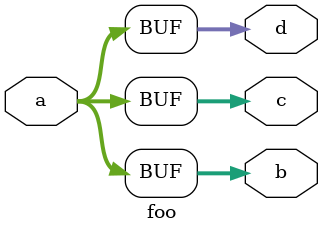
<source format=sv>

module foo (input int a, output int b, output int c, output int d);
    localparam int W = 42;
    assign b = W'(a);
    assign c = 42'(a);
    assign d = (42+W)'(a);

    // CHECK: 5: self_type(b) = int
    // CHECK: 5: self_type(W'(a)) = bit signed [41:0]
    // CHECK: 5: self_type(a) = int

    // CHECK: 6: self_type(c) = int
    // CHECK: 6: self_type(42'(a)) = bit signed [41:0]
    // CHECK: 6: self_type(a) = int

    // CHECK: 7: self_type(d) = int
    // CHECK: 7: self_type(42+W)'(a)) = bit signed [83:0]
    // CHECK: 7: self_type(a) = int
endmodule

</source>
